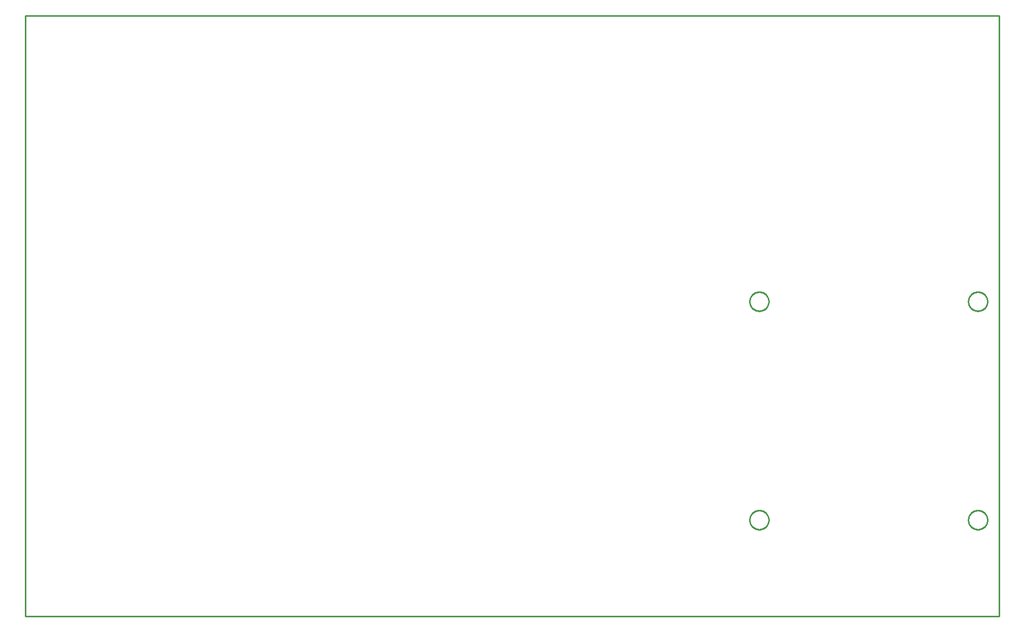
<source format=gbr>
G04 EAGLE Gerber RS-274X export*
G75*
%MOMM*%
%FSLAX34Y34*%
%LPD*%
%IN*%
%IPPOS*%
%AMOC8*
5,1,8,0,0,1.08239X$1,22.5*%
G01*
%ADD10C,0.254000*%


D10*
X0Y0D02*
X1625600Y0D01*
X1625600Y1003300D01*
X0Y1003300D01*
X0Y0D01*
X1574547Y526276D02*
X1574615Y527313D01*
X1574751Y528343D01*
X1574953Y529363D01*
X1575222Y530367D01*
X1575557Y531351D01*
X1575954Y532311D01*
X1576414Y533243D01*
X1576934Y534144D01*
X1577511Y535008D01*
X1578144Y535832D01*
X1578829Y536614D01*
X1579564Y537349D01*
X1580346Y538034D01*
X1581170Y538667D01*
X1582034Y539244D01*
X1582935Y539764D01*
X1583867Y540224D01*
X1584827Y540621D01*
X1585811Y540956D01*
X1586815Y541225D01*
X1587835Y541427D01*
X1588865Y541563D01*
X1589902Y541631D01*
X1590942Y541631D01*
X1591979Y541563D01*
X1593009Y541427D01*
X1594029Y541225D01*
X1595033Y540956D01*
X1596017Y540621D01*
X1596977Y540224D01*
X1597909Y539764D01*
X1598810Y539244D01*
X1599674Y538667D01*
X1600498Y538034D01*
X1601280Y537349D01*
X1602015Y536614D01*
X1602700Y535832D01*
X1603333Y535008D01*
X1603910Y534144D01*
X1604430Y533243D01*
X1604890Y532311D01*
X1605287Y531351D01*
X1605622Y530367D01*
X1605891Y529363D01*
X1606093Y528343D01*
X1606229Y527313D01*
X1606297Y526276D01*
X1606297Y525236D01*
X1606229Y524199D01*
X1606093Y523169D01*
X1605891Y522149D01*
X1605622Y521145D01*
X1605287Y520161D01*
X1604890Y519201D01*
X1604430Y518269D01*
X1603910Y517368D01*
X1603333Y516504D01*
X1602700Y515680D01*
X1602015Y514898D01*
X1601280Y514163D01*
X1600498Y513478D01*
X1599674Y512845D01*
X1598810Y512268D01*
X1597909Y511748D01*
X1596977Y511288D01*
X1596017Y510891D01*
X1595033Y510556D01*
X1594029Y510287D01*
X1593009Y510085D01*
X1591979Y509949D01*
X1590942Y509881D01*
X1589902Y509881D01*
X1588865Y509949D01*
X1587835Y510085D01*
X1586815Y510287D01*
X1585811Y510556D01*
X1584827Y510891D01*
X1583867Y511288D01*
X1582935Y511748D01*
X1582034Y512268D01*
X1581170Y512845D01*
X1580346Y513478D01*
X1579564Y514163D01*
X1578829Y514898D01*
X1578144Y515680D01*
X1577511Y516504D01*
X1576934Y517368D01*
X1576414Y518269D01*
X1575954Y519201D01*
X1575557Y520161D01*
X1575222Y521145D01*
X1574953Y522149D01*
X1574751Y523169D01*
X1574615Y524199D01*
X1574547Y525236D01*
X1574547Y526276D01*
X1209547Y526276D02*
X1209615Y527313D01*
X1209751Y528343D01*
X1209953Y529363D01*
X1210222Y530367D01*
X1210557Y531351D01*
X1210954Y532311D01*
X1211414Y533243D01*
X1211934Y534144D01*
X1212511Y535008D01*
X1213144Y535832D01*
X1213829Y536614D01*
X1214564Y537349D01*
X1215346Y538034D01*
X1216170Y538667D01*
X1217034Y539244D01*
X1217935Y539764D01*
X1218867Y540224D01*
X1219827Y540621D01*
X1220811Y540956D01*
X1221815Y541225D01*
X1222835Y541427D01*
X1223865Y541563D01*
X1224902Y541631D01*
X1225942Y541631D01*
X1226979Y541563D01*
X1228009Y541427D01*
X1229029Y541225D01*
X1230033Y540956D01*
X1231017Y540621D01*
X1231977Y540224D01*
X1232909Y539764D01*
X1233810Y539244D01*
X1234674Y538667D01*
X1235498Y538034D01*
X1236280Y537349D01*
X1237015Y536614D01*
X1237700Y535832D01*
X1238333Y535008D01*
X1238910Y534144D01*
X1239430Y533243D01*
X1239890Y532311D01*
X1240287Y531351D01*
X1240622Y530367D01*
X1240891Y529363D01*
X1241093Y528343D01*
X1241229Y527313D01*
X1241297Y526276D01*
X1241297Y525236D01*
X1241229Y524199D01*
X1241093Y523169D01*
X1240891Y522149D01*
X1240622Y521145D01*
X1240287Y520161D01*
X1239890Y519201D01*
X1239430Y518269D01*
X1238910Y517368D01*
X1238333Y516504D01*
X1237700Y515680D01*
X1237015Y514898D01*
X1236280Y514163D01*
X1235498Y513478D01*
X1234674Y512845D01*
X1233810Y512268D01*
X1232909Y511748D01*
X1231977Y511288D01*
X1231017Y510891D01*
X1230033Y510556D01*
X1229029Y510287D01*
X1228009Y510085D01*
X1226979Y509949D01*
X1225942Y509881D01*
X1224902Y509881D01*
X1223865Y509949D01*
X1222835Y510085D01*
X1221815Y510287D01*
X1220811Y510556D01*
X1219827Y510891D01*
X1218867Y511288D01*
X1217935Y511748D01*
X1217034Y512268D01*
X1216170Y512845D01*
X1215346Y513478D01*
X1214564Y514163D01*
X1213829Y514898D01*
X1213144Y515680D01*
X1212511Y516504D01*
X1211934Y517368D01*
X1211414Y518269D01*
X1210954Y519201D01*
X1210557Y520161D01*
X1210222Y521145D01*
X1209953Y522149D01*
X1209751Y523169D01*
X1209615Y524199D01*
X1209547Y525236D01*
X1209547Y526276D01*
X1209547Y161276D02*
X1209615Y162313D01*
X1209751Y163343D01*
X1209953Y164363D01*
X1210222Y165367D01*
X1210557Y166351D01*
X1210954Y167311D01*
X1211414Y168243D01*
X1211934Y169144D01*
X1212511Y170008D01*
X1213144Y170832D01*
X1213829Y171614D01*
X1214564Y172349D01*
X1215346Y173034D01*
X1216170Y173667D01*
X1217034Y174244D01*
X1217935Y174764D01*
X1218867Y175224D01*
X1219827Y175621D01*
X1220811Y175956D01*
X1221815Y176225D01*
X1222835Y176427D01*
X1223865Y176563D01*
X1224902Y176631D01*
X1225942Y176631D01*
X1226979Y176563D01*
X1228009Y176427D01*
X1229029Y176225D01*
X1230033Y175956D01*
X1231017Y175621D01*
X1231977Y175224D01*
X1232909Y174764D01*
X1233810Y174244D01*
X1234674Y173667D01*
X1235498Y173034D01*
X1236280Y172349D01*
X1237015Y171614D01*
X1237700Y170832D01*
X1238333Y170008D01*
X1238910Y169144D01*
X1239430Y168243D01*
X1239890Y167311D01*
X1240287Y166351D01*
X1240622Y165367D01*
X1240891Y164363D01*
X1241093Y163343D01*
X1241229Y162313D01*
X1241297Y161276D01*
X1241297Y160236D01*
X1241229Y159199D01*
X1241093Y158169D01*
X1240891Y157149D01*
X1240622Y156145D01*
X1240287Y155161D01*
X1239890Y154201D01*
X1239430Y153269D01*
X1238910Y152368D01*
X1238333Y151504D01*
X1237700Y150680D01*
X1237015Y149898D01*
X1236280Y149163D01*
X1235498Y148478D01*
X1234674Y147845D01*
X1233810Y147268D01*
X1232909Y146748D01*
X1231977Y146288D01*
X1231017Y145891D01*
X1230033Y145556D01*
X1229029Y145287D01*
X1228009Y145085D01*
X1226979Y144949D01*
X1225942Y144881D01*
X1224902Y144881D01*
X1223865Y144949D01*
X1222835Y145085D01*
X1221815Y145287D01*
X1220811Y145556D01*
X1219827Y145891D01*
X1218867Y146288D01*
X1217935Y146748D01*
X1217034Y147268D01*
X1216170Y147845D01*
X1215346Y148478D01*
X1214564Y149163D01*
X1213829Y149898D01*
X1213144Y150680D01*
X1212511Y151504D01*
X1211934Y152368D01*
X1211414Y153269D01*
X1210954Y154201D01*
X1210557Y155161D01*
X1210222Y156145D01*
X1209953Y157149D01*
X1209751Y158169D01*
X1209615Y159199D01*
X1209547Y160236D01*
X1209547Y161276D01*
X1574547Y161276D02*
X1574615Y162313D01*
X1574751Y163343D01*
X1574953Y164363D01*
X1575222Y165367D01*
X1575557Y166351D01*
X1575954Y167311D01*
X1576414Y168243D01*
X1576934Y169144D01*
X1577511Y170008D01*
X1578144Y170832D01*
X1578829Y171614D01*
X1579564Y172349D01*
X1580346Y173034D01*
X1581170Y173667D01*
X1582034Y174244D01*
X1582935Y174764D01*
X1583867Y175224D01*
X1584827Y175621D01*
X1585811Y175956D01*
X1586815Y176225D01*
X1587835Y176427D01*
X1588865Y176563D01*
X1589902Y176631D01*
X1590942Y176631D01*
X1591979Y176563D01*
X1593009Y176427D01*
X1594029Y176225D01*
X1595033Y175956D01*
X1596017Y175621D01*
X1596977Y175224D01*
X1597909Y174764D01*
X1598810Y174244D01*
X1599674Y173667D01*
X1600498Y173034D01*
X1601280Y172349D01*
X1602015Y171614D01*
X1602700Y170832D01*
X1603333Y170008D01*
X1603910Y169144D01*
X1604430Y168243D01*
X1604890Y167311D01*
X1605287Y166351D01*
X1605622Y165367D01*
X1605891Y164363D01*
X1606093Y163343D01*
X1606229Y162313D01*
X1606297Y161276D01*
X1606297Y160236D01*
X1606229Y159199D01*
X1606093Y158169D01*
X1605891Y157149D01*
X1605622Y156145D01*
X1605287Y155161D01*
X1604890Y154201D01*
X1604430Y153269D01*
X1603910Y152368D01*
X1603333Y151504D01*
X1602700Y150680D01*
X1602015Y149898D01*
X1601280Y149163D01*
X1600498Y148478D01*
X1599674Y147845D01*
X1598810Y147268D01*
X1597909Y146748D01*
X1596977Y146288D01*
X1596017Y145891D01*
X1595033Y145556D01*
X1594029Y145287D01*
X1593009Y145085D01*
X1591979Y144949D01*
X1590942Y144881D01*
X1589902Y144881D01*
X1588865Y144949D01*
X1587835Y145085D01*
X1586815Y145287D01*
X1585811Y145556D01*
X1584827Y145891D01*
X1583867Y146288D01*
X1582935Y146748D01*
X1582034Y147268D01*
X1581170Y147845D01*
X1580346Y148478D01*
X1579564Y149163D01*
X1578829Y149898D01*
X1578144Y150680D01*
X1577511Y151504D01*
X1576934Y152368D01*
X1576414Y153269D01*
X1575954Y154201D01*
X1575557Y155161D01*
X1575222Y156145D01*
X1574953Y157149D01*
X1574751Y158169D01*
X1574615Y159199D01*
X1574547Y160236D01*
X1574547Y161276D01*
M02*

</source>
